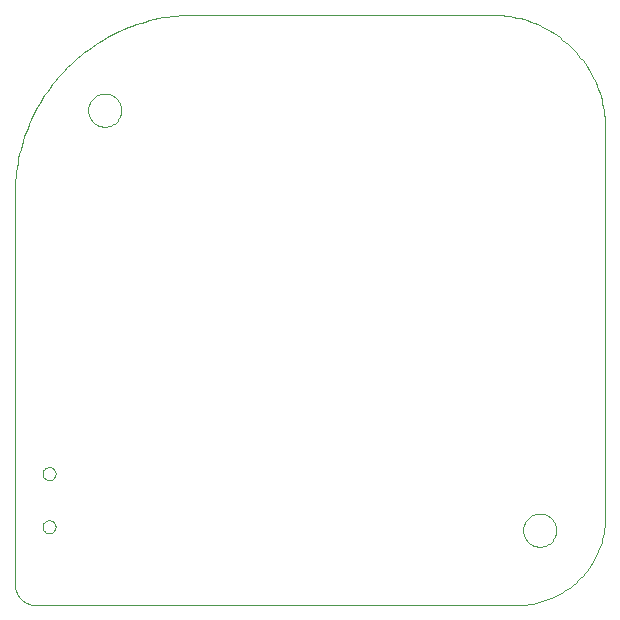
<source format=gtp>
G75*
%MOIN*%
%OFA0B0*%
%FSLAX24Y24*%
%IPPOS*%
%LPD*%
%AMOC8*
5,1,8,0,0,1.08239X$1,22.5*
%
%ADD10C,0.0000*%
D10*
X005967Y000887D02*
X005967Y013875D01*
X008416Y016680D02*
X008418Y016727D01*
X008424Y016773D01*
X008434Y016819D01*
X008447Y016864D01*
X008465Y016907D01*
X008486Y016949D01*
X008510Y016989D01*
X008538Y017026D01*
X008569Y017061D01*
X008603Y017094D01*
X008639Y017123D01*
X008678Y017149D01*
X008719Y017172D01*
X008762Y017191D01*
X008806Y017207D01*
X008851Y017219D01*
X008897Y017227D01*
X008944Y017231D01*
X008990Y017231D01*
X009037Y017227D01*
X009083Y017219D01*
X009128Y017207D01*
X009172Y017191D01*
X009215Y017172D01*
X009256Y017149D01*
X009295Y017123D01*
X009331Y017094D01*
X009365Y017061D01*
X009396Y017026D01*
X009424Y016989D01*
X009448Y016949D01*
X009469Y016907D01*
X009487Y016864D01*
X009500Y016819D01*
X009510Y016773D01*
X009516Y016727D01*
X009518Y016680D01*
X009516Y016633D01*
X009510Y016587D01*
X009500Y016541D01*
X009487Y016496D01*
X009469Y016453D01*
X009448Y016411D01*
X009424Y016371D01*
X009396Y016334D01*
X009365Y016299D01*
X009331Y016266D01*
X009295Y016237D01*
X009256Y016211D01*
X009215Y016188D01*
X009172Y016169D01*
X009128Y016153D01*
X009083Y016141D01*
X009037Y016133D01*
X008990Y016129D01*
X008944Y016129D01*
X008897Y016133D01*
X008851Y016141D01*
X008806Y016153D01*
X008762Y016169D01*
X008719Y016188D01*
X008678Y016211D01*
X008639Y016237D01*
X008603Y016266D01*
X008569Y016299D01*
X008538Y016334D01*
X008510Y016371D01*
X008486Y016411D01*
X008465Y016453D01*
X008447Y016496D01*
X008434Y016541D01*
X008424Y016587D01*
X008418Y016633D01*
X008416Y016680D01*
X005967Y013875D02*
X005969Y014027D01*
X005975Y014178D01*
X005984Y014330D01*
X005998Y014481D01*
X006015Y014632D01*
X006036Y014782D01*
X006061Y014932D01*
X006090Y015081D01*
X006122Y015229D01*
X006158Y015376D01*
X006198Y015523D01*
X006242Y015668D01*
X006289Y015812D01*
X006340Y015955D01*
X006394Y016097D01*
X006452Y016237D01*
X006514Y016376D01*
X006579Y016513D01*
X006648Y016648D01*
X006720Y016782D01*
X006795Y016914D01*
X006874Y017043D01*
X006956Y017171D01*
X007041Y017297D01*
X007129Y017420D01*
X007220Y017542D01*
X007315Y017660D01*
X007412Y017777D01*
X007512Y017891D01*
X007615Y018002D01*
X007721Y018111D01*
X007830Y018217D01*
X007941Y018320D01*
X008055Y018420D01*
X008172Y018517D01*
X008290Y018612D01*
X008412Y018703D01*
X008535Y018791D01*
X008661Y018876D01*
X008789Y018958D01*
X008918Y019037D01*
X009050Y019112D01*
X009184Y019184D01*
X009319Y019253D01*
X009456Y019318D01*
X009595Y019380D01*
X009735Y019438D01*
X009877Y019492D01*
X010020Y019543D01*
X010164Y019590D01*
X010309Y019634D01*
X010456Y019674D01*
X010603Y019710D01*
X010751Y019742D01*
X010900Y019771D01*
X011050Y019796D01*
X011200Y019817D01*
X011351Y019834D01*
X011502Y019848D01*
X011654Y019857D01*
X011805Y019863D01*
X011957Y019865D01*
X021855Y019865D01*
X021977Y019863D01*
X022098Y019857D01*
X022220Y019847D01*
X022341Y019834D01*
X022461Y019816D01*
X022581Y019795D01*
X022700Y019770D01*
X022818Y019741D01*
X022935Y019708D01*
X023051Y019672D01*
X023166Y019631D01*
X023280Y019588D01*
X023392Y019540D01*
X023502Y019489D01*
X023611Y019434D01*
X023718Y019376D01*
X023823Y019315D01*
X023926Y019250D01*
X024027Y019182D01*
X024126Y019111D01*
X024222Y019037D01*
X024316Y018959D01*
X024408Y018879D01*
X024497Y018796D01*
X024583Y018710D01*
X024666Y018621D01*
X024746Y018529D01*
X024824Y018435D01*
X024898Y018339D01*
X024969Y018240D01*
X025037Y018139D01*
X025102Y018036D01*
X025163Y017931D01*
X025221Y017824D01*
X025276Y017715D01*
X025327Y017605D01*
X025375Y017493D01*
X025418Y017379D01*
X025459Y017264D01*
X025495Y017148D01*
X025528Y017031D01*
X025557Y016913D01*
X025582Y016794D01*
X025603Y016674D01*
X025621Y016554D01*
X025634Y016433D01*
X025644Y016311D01*
X025650Y016190D01*
X025652Y016068D01*
X025652Y003142D01*
X022916Y002680D02*
X022918Y002727D01*
X022924Y002773D01*
X022934Y002819D01*
X022947Y002864D01*
X022965Y002907D01*
X022986Y002949D01*
X023010Y002989D01*
X023038Y003026D01*
X023069Y003061D01*
X023103Y003094D01*
X023139Y003123D01*
X023178Y003149D01*
X023219Y003172D01*
X023262Y003191D01*
X023306Y003207D01*
X023351Y003219D01*
X023397Y003227D01*
X023444Y003231D01*
X023490Y003231D01*
X023537Y003227D01*
X023583Y003219D01*
X023628Y003207D01*
X023672Y003191D01*
X023715Y003172D01*
X023756Y003149D01*
X023795Y003123D01*
X023831Y003094D01*
X023865Y003061D01*
X023896Y003026D01*
X023924Y002989D01*
X023948Y002949D01*
X023969Y002907D01*
X023987Y002864D01*
X024000Y002819D01*
X024010Y002773D01*
X024016Y002727D01*
X024018Y002680D01*
X024016Y002633D01*
X024010Y002587D01*
X024000Y002541D01*
X023987Y002496D01*
X023969Y002453D01*
X023948Y002411D01*
X023924Y002371D01*
X023896Y002334D01*
X023865Y002299D01*
X023831Y002266D01*
X023795Y002237D01*
X023756Y002211D01*
X023715Y002188D01*
X023672Y002169D01*
X023628Y002153D01*
X023583Y002141D01*
X023537Y002133D01*
X023490Y002129D01*
X023444Y002129D01*
X023397Y002133D01*
X023351Y002141D01*
X023306Y002153D01*
X023262Y002169D01*
X023219Y002188D01*
X023178Y002211D01*
X023139Y002237D01*
X023103Y002266D01*
X023069Y002299D01*
X023038Y002334D01*
X023010Y002371D01*
X022986Y002411D01*
X022965Y002453D01*
X022947Y002496D01*
X022934Y002541D01*
X022924Y002587D01*
X022918Y002633D01*
X022916Y002680D01*
X022690Y000180D02*
X022798Y000182D01*
X022906Y000188D01*
X023014Y000198D01*
X023121Y000212D01*
X023228Y000229D01*
X023334Y000251D01*
X023439Y000276D01*
X023543Y000306D01*
X023646Y000339D01*
X023748Y000375D01*
X023848Y000416D01*
X023947Y000460D01*
X024044Y000508D01*
X024140Y000559D01*
X024233Y000614D01*
X024324Y000672D01*
X024413Y000733D01*
X024500Y000798D01*
X024585Y000865D01*
X024667Y000936D01*
X024746Y001010D01*
X024822Y001086D01*
X024896Y001165D01*
X024967Y001247D01*
X025034Y001332D01*
X025099Y001419D01*
X025160Y001508D01*
X025218Y001599D01*
X025273Y001692D01*
X025324Y001788D01*
X025372Y001885D01*
X025416Y001984D01*
X025457Y002084D01*
X025493Y002186D01*
X025526Y002289D01*
X025556Y002393D01*
X025581Y002498D01*
X025603Y002604D01*
X025620Y002711D01*
X025634Y002818D01*
X025644Y002926D01*
X025650Y003034D01*
X025652Y003142D01*
X022690Y000180D02*
X006674Y000180D01*
X006624Y000182D01*
X006573Y000187D01*
X006524Y000196D01*
X006475Y000209D01*
X006427Y000225D01*
X006380Y000244D01*
X006335Y000266D01*
X006292Y000292D01*
X006250Y000321D01*
X006211Y000353D01*
X006174Y000387D01*
X006140Y000424D01*
X006108Y000463D01*
X006079Y000505D01*
X006053Y000548D01*
X006031Y000593D01*
X006012Y000640D01*
X005996Y000688D01*
X005983Y000737D01*
X005974Y000786D01*
X005969Y000837D01*
X005967Y000887D01*
X006892Y002794D02*
X006894Y002823D01*
X006900Y002851D01*
X006909Y002879D01*
X006922Y002905D01*
X006939Y002928D01*
X006958Y002950D01*
X006980Y002969D01*
X007005Y002984D01*
X007031Y002997D01*
X007059Y003005D01*
X007087Y003010D01*
X007116Y003011D01*
X007145Y003008D01*
X007173Y003001D01*
X007200Y002991D01*
X007226Y002977D01*
X007249Y002960D01*
X007270Y002940D01*
X007288Y002917D01*
X007303Y002892D01*
X007314Y002865D01*
X007322Y002837D01*
X007326Y002808D01*
X007326Y002780D01*
X007322Y002751D01*
X007314Y002723D01*
X007303Y002696D01*
X007288Y002671D01*
X007270Y002648D01*
X007249Y002628D01*
X007226Y002611D01*
X007200Y002597D01*
X007173Y002587D01*
X007145Y002580D01*
X007116Y002577D01*
X007087Y002578D01*
X007059Y002583D01*
X007031Y002591D01*
X007005Y002604D01*
X006980Y002619D01*
X006958Y002638D01*
X006939Y002660D01*
X006922Y002683D01*
X006909Y002709D01*
X006900Y002737D01*
X006894Y002765D01*
X006892Y002794D01*
X006892Y004566D02*
X006894Y004595D01*
X006900Y004623D01*
X006909Y004651D01*
X006922Y004677D01*
X006939Y004700D01*
X006958Y004722D01*
X006980Y004741D01*
X007005Y004756D01*
X007031Y004769D01*
X007059Y004777D01*
X007087Y004782D01*
X007116Y004783D01*
X007145Y004780D01*
X007173Y004773D01*
X007200Y004763D01*
X007226Y004749D01*
X007249Y004732D01*
X007270Y004712D01*
X007288Y004689D01*
X007303Y004664D01*
X007314Y004637D01*
X007322Y004609D01*
X007326Y004580D01*
X007326Y004552D01*
X007322Y004523D01*
X007314Y004495D01*
X007303Y004468D01*
X007288Y004443D01*
X007270Y004420D01*
X007249Y004400D01*
X007226Y004383D01*
X007200Y004369D01*
X007173Y004359D01*
X007145Y004352D01*
X007116Y004349D01*
X007087Y004350D01*
X007059Y004355D01*
X007031Y004363D01*
X007005Y004376D01*
X006980Y004391D01*
X006958Y004410D01*
X006939Y004432D01*
X006922Y004455D01*
X006909Y004481D01*
X006900Y004509D01*
X006894Y004537D01*
X006892Y004566D01*
M02*

</source>
